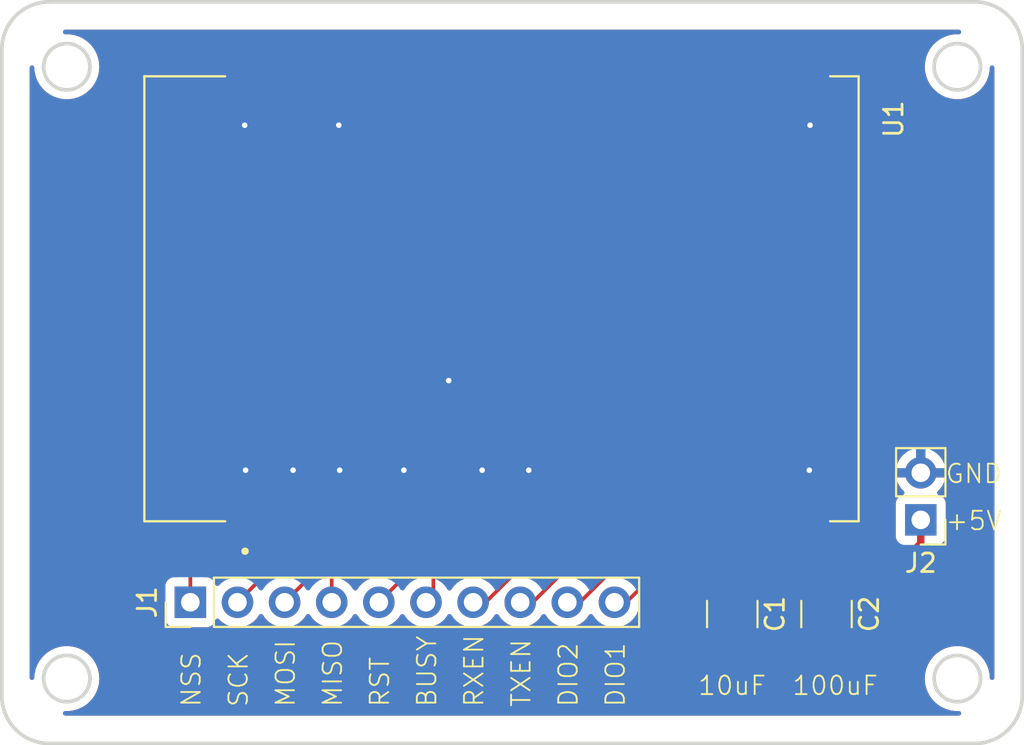
<source format=kicad_pcb>
(kicad_pcb (version 20240108) (generator "pcbnew") (generator_version "8.0")
  (layers (0 "F.Cu" signal) (31 "B.Cu" signal) (34 "B.Paste" user) (35 "F.Paste" user) (36 "B.SilkS" user "B.Silkscreen") (37 "F.SilkS" user "F.Silkscreen") (38 "B.Mask" user) (39 "F.Mask" user) (44 "Edge.Cuts" user))
  (net 0 "")
  (net 1 "+5V")
  (net 2 "GND")
  (net 4 "MISO")
  (net 5 "RXEN")
  (net 6 "MOSI")
  (net 7 "DIO1")
  (net 8 "NSS")
  (net 9 "DIO2")
  (net 10 "TXEN")
  (net 11 "BUSY")
  (net 12 "SCK")
  (net 13 "RST")
  (footprint "Connector_PinHeader_2.54mm:PinHeader_1x10_P2.54mm_Vertical" (layer "F.Cu") (at 119.38 128.905 90)
    (property "Reference" "J1" (at 0 -2.33 90) (layer "F.SilkS"))
    (property "Value" "Conn10")
    (fp_line (start -1.33 -1.33) (end 0 -1.33) (stroke (width 0.12)) (layer "F.SilkS"))
    (fp_line (start -1.33 0) (end -1.33 -1.33) (stroke (width 0.12)) (layer "F.SilkS"))
    (fp_line (start 1.33 1.27) (end 1.33 24.19) (stroke (width 0.12)) (layer "F.SilkS"))
    (fp_line (start -1.33 1.27) (end 1.33 1.27) (stroke (width 0.12)) (layer "F.SilkS"))
    (fp_line (start -1.33 1.27) (end -1.33 24.19) (stroke (width 0.12)) (layer "F.SilkS"))
    (fp_line (start -1.33 24.19) (end 1.33 24.19) (stroke (width 0.12)) (layer "F.SilkS"))
    (pad "1" thru_hole rect (at 0 0 90) (size 1.7 1.7) (drill 1) (layers "*.Cu" "*.Mask") (net 8 "NSS"))
    (pad "2" thru_hole oval (at 0 2.54 90) (size 1.7 1.7) (drill 1) (layers "*.Cu" "*.Mask") (net 12 "SCK"))
    (pad "3" thru_hole oval (at 0 5.08 90) (size 1.7 1.7) (drill 1) (layers "*.Cu" "*.Mask") (net 6 "MOSI"))
    (pad "4" thru_hole oval (at 0 7.62 90) (size 1.7 1.7) (drill 1) (layers "*.Cu" "*.Mask") (net 4 "MISO"))
    (pad "5" thru_hole oval (at 0 10.16 90) (size 1.7 1.7) (drill 1) (layers "*.Cu" "*.Mask") (net 13 "RST"))
    (pad "6" thru_hole oval (at 0 12.7 90) (size 1.7 1.7) (drill 1) (layers "*.Cu" "*.Mask") (net 11 "BUSY"))
    (pad "7" thru_hole oval (at 0 15.24 90) (size 1.7 1.7) (drill 1) (layers "*.Cu" "*.Mask") (net 5 "RXEN"))
    (pad "8" thru_hole oval (at 0 17.78 90) (size 1.7 1.7) (drill 1) (layers "*.Cu" "*.Mask") (net 10 "TXEN"))
    (pad "9" thru_hole oval (at 0 20.32 90) (size 1.7 1.7) (drill 1) (layers "*.Cu" "*.Mask") (net 9 "DIO2"))
    (pad "10" thru_hole oval (at 0 22.86 90) (size 1.7 1.7) (drill 1) (layers "*.Cu" "*.Mask") (net 7 "DIO1"))
  )
  (footprint "Connector_PinHeader_2.54mm:PinHeader_1x02_P2.54mm_Vertical" (layer "F.Cu") (at 158.75 124.46 180)
    (property "Reference" "J2" (at 0 -2.33 0) (layer "F.SilkS"))
    (property "Value" "Conn02")
    (fp_line (start 1.33 1.27) (end 1.33 3.87) (stroke (width 0.12)) (layer "F.SilkS"))
    (fp_line (start -1.33 3.87) (end 1.33 3.87) (stroke (width 0.12)) (layer "F.SilkS"))
    (fp_line (start -1.33 1.27) (end 1.33 1.27) (stroke (width 0.12)) (layer "F.SilkS"))
    (fp_line (start -1.33 1.27) (end -1.33 3.87) (stroke (width 0.12)) (layer "F.SilkS"))
    (fp_line (start -1.33 0) (end -1.33 -1.33) (stroke (width 0.12)) (layer "F.SilkS"))
    (fp_line (start -1.33 -1.33) (end 0 -1.33) (stroke (width 0.12)) (layer "F.SilkS"))
    (pad "1" thru_hole rect (at 0 0 180) (size 1.7 1.7) (drill 1) (layers "*.Cu" "*.Mask") (net 1 "+5V"))
    (pad "2" thru_hole oval (at 0 2.54 180) (size 1.7 1.7) (drill 1) (layers "*.Cu" "*.Mask") (net 2 "GND"))
  )
  (footprint "Capacitor_SMD:C_1210_3225Metric" (layer "F.Cu") (at 148.59 129.54 -90)
    (property "Reference" "C1" (at 0 -2.3 90) (layer "F.SilkS"))
    (property "Value" "10uF")
    (fp_line (start -0.711252 1.36) (end 0.711252 1.36) (stroke (width 0.12)) (layer "F.SilkS"))
    (fp_line (start -0.711252 -1.36) (end 0.711252 -1.36) (stroke (width 0.12)) (layer "F.SilkS"))
    (pad "1" smd roundrect (at -1.475 0 270) (size 1.15 2.7) (layers "F.Cu" "F.Paste" "F.Mask") (roundrect_rratio 0.217391) (net 1 "+5V"))
    (pad "2" smd roundrect (at 1.475 0 270) (size 1.15 2.7) (layers "F.Cu" "F.Paste" "F.Mask") (roundrect_rratio 0.217391) (net 2 "GND"))
  )
  (footprint "E22M90030S:XCVR_E22-900M30S" (layer "F.Cu") (at 136.15 112.535 -90)
    (property "Reference" "U1" (at -9.69 -21.135 -90) (layer "F.SilkS"))
    (property "Value" "E22-900M30S")
    (fp_line (start -12 19.25) (end -12 14.895) (stroke (width 0.127)) (layer "F.SilkS"))
    (fp_line (start 12 19.25) (end -12 19.25) (stroke (width 0.127)) (layer "F.SilkS"))
    (fp_line (start 12 19.25) (end 12 14.895) (stroke (width 0.127)) (layer "F.SilkS"))
    (fp_line (start -12 -17.715) (end -12 -19.25) (stroke (width 0.127)) (layer "F.SilkS"))
    (fp_line (start -12 -19.25) (end 12 -19.25) (stroke (width 0.127)) (layer "F.SilkS"))
    (fp_line (start 12 -19.25) (end 12 -17.715) (stroke (width 0.127)) (layer "F.SilkS"))
    (fp_circle (center 13.615 13.82) (end 13.715 13.82) (stroke (width 0.2)) (fill none) (layer "F.SilkS"))
    (pad "1" smd rect (at 11.575 13.82 270) (size 2.08 1.51) (layers "F.Cu" "F.Paste" "F.Mask") (net 2 "GND"))
    (pad "2" smd rect (at 11.575 11.28 270) (size 2.08 1.51) (layers "F.Cu" "F.Paste" "F.Mask") (net 2 "GND"))
    (pad "3" smd rect (at 11.575 8.74 270) (size 2.08 1.51) (layers "F.Cu" "F.Paste" "F.Mask") (net 2 "GND"))
    (pad "4" smd rect (at 11.575 1.14 270) (size 2.08 1.51) (layers "F.Cu" "F.Paste" "F.Mask") (net 2 "GND"))
    (pad "5" smd rect (at 11.575 -1.4 270) (size 2.08 1.51) (layers "F.Cu" "F.Paste" "F.Mask") (net 2 "GND"))
    (pad "6" smd rect (at 11.575 -3.94 270) (size 2.08 1.51) (layers "F.Cu" "F.Paste" "F.Mask") (net 5 "RXEN"))
    (pad "7" smd rect (at 11.575 -6.48 270) (size 2.08 1.51) (layers "F.Cu" "F.Paste" "F.Mask") (net 10 "TXEN"))
    (pad "8" smd rect (at 11.575 -9.02 270) (size 2.08 1.51) (layers "F.Cu" "F.Paste" "F.Mask") (net 9 "DIO2"))
    (pad "9" smd rect (at 11.575 -11.56 270) (size 2.08 1.51) (layers "F.Cu" "F.Paste" "F.Mask") (net 1 "+5V"))
    (pad "10" smd rect (at 11.575 -14.1 270) (size 2.08 1.51) (layers "F.Cu" "F.Paste" "F.Mask") (net 1 "+5V"))
    (pad "11" smd rect (at 11.575 -16.64 270) (size 2.08 1.51) (layers "F.Cu" "F.Paste" "F.Mask") (net 2 "GND"))
    (pad "12" smd rect (at -11.575 -16.64 270) (size 2.08 1.51) (layers "F.Cu" "F.Paste" "F.Mask") (net 2 "GND"))
    (pad "13" smd rect (at -11.575 -14.1 270) (size 2.08 1.51) (layers "F.Cu" "F.Paste" "F.Mask") (net 7 "DIO1"))
    (pad "14" smd rect (at -11.575 -11.56 270) (size 2.08 1.51) (layers "F.Cu" "F.Paste" "F.Mask") (net 11 "BUSY"))
    (pad "15" smd rect (at -11.575 -9.02 270) (size 2.08 1.51) (layers "F.Cu" "F.Paste" "F.Mask") (net 13 "RST"))
    (pad "16" smd rect (at -11.575 -6.48 270) (size 2.08 1.51) (layers "F.Cu" "F.Paste" "F.Mask") (net 4 "MISO"))
    (pad "17" smd rect (at -11.575 -3.94 270) (size 2.08 1.51) (layers "F.Cu" "F.Paste" "F.Mask") (net 6 "MOSI"))
    (pad "18" smd rect (at -11.575 -1.4 270) (size 2.08 1.51) (layers "F.Cu" "F.Paste" "F.Mask") (net 12 "SCK"))
    (pad "19" smd rect (at -11.575 1.14 270) (size 2.08 1.51) (layers "F.Cu" "F.Paste" "F.Mask") (net 8 "NSS"))
    (pad "20" smd rect (at -11.575 8.74 270) (size 2.08 1.51) (layers "F.Cu" "F.Paste" "F.Mask") (net 2 "GND"))
    (pad "21" smd rect (at -11.575 11.28 270) (size 2.08 1.51) (layers "F.Cu" "F.Paste" "F.Mask"))
    (pad "22" smd rect (at -11.575 13.82 270) (size 2.08 1.51) (layers "F.Cu" "F.Paste" "F.Mask") (net 2 "GND"))
  )
  (footprint "Capacitor_SMD:C_1210_3225Metric" (layer "F.Cu") (at 153.67 129.54 -90)
    (property "Reference" "C2" (at 0 -2.3 90) (layer "F.SilkS"))
    (property "Value" "100uF")
    (fp_line (start -0.711252 1.36) (end 0.711252 1.36) (stroke (width 0.12)) (layer "F.SilkS"))
    (fp_line (start -0.711252 -1.36) (end 0.711252 -1.36) (stroke (width 0.12)) (layer "F.SilkS"))
    (pad "1" smd roundrect (at -1.475 0 270) (size 1.15 2.7) (layers "F.Cu" "F.Paste" "F.Mask") (roundrect_rratio 0.217391) (net 1 "+5V"))
    (pad "2" smd roundrect (at 1.475 0 270) (size 1.15 2.7) (layers "F.Cu" "F.Paste" "F.Mask") (roundrect_rratio 0.217391) (net 2 "GND"))
  )
  (gr_arc (start 164.22 133.96) (mid 163.470193 135.770193) (end 161.66 136.52) (stroke (width 0.2)) (layer "Edge.Cuts"))
  (gr_circle (center 112.72 133.02) (end 113.97 133.02) (stroke (width 0.2)) (fill none) (layer "Edge.Cuts"))
  (gr_line (start 109.22 133.96) (end 109.22 99.08) (stroke (width 0.2)) (layer "Edge.Cuts"))
  (gr_circle (center 160.72 133.02) (end 161.97 133.02) (stroke (width 0.2)) (fill none) (layer "Edge.Cuts"))
  (gr_arc (start 109.22 99.08) (mid 109.969807 97.269807) (end 111.78 96.52) (stroke (width 0.2)) (layer "Edge.Cuts"))
  (gr_circle (center 112.72 100.02) (end 113.97 100.02) (stroke (width 0.2)) (fill none) (layer "Edge.Cuts"))
  (gr_line (start 161.66 136.52) (end 111.78 136.52) (stroke (width 0.2)) (layer "Edge.Cuts"))
  (gr_line (start 164.22 99.08) (end 164.22 133.96) (stroke (width 0.2)) (layer "Edge.Cuts"))
  (gr_arc (start 161.66 96.52) (mid 163.470193 97.269807) (end 164.22 99.08) (stroke (width 0.2)) (layer "Edge.Cuts"))
  (gr_circle (center 160.72 100.02) (end 161.97 100.02) (stroke (width 0.2)) (fill none) (layer "Edge.Cuts"))
  (gr_arc (start 111.78 136.52) (mid 109.969807 135.770193) (end 109.22 133.96) (stroke (width 0.2)) (layer "Edge.Cuts"))
  (gr_line (start 111.78 96.52) (end 161.66 96.52) (stroke (width 0.2)) (layer "Edge.Cuts"))
  (gr_text "10uF" (at 146.685 133.985 0) (layer "F.SilkS") (effects (font (size 1 1) (thickness 0.1)) (justify left bottom)))
  (gr_text "MOSI" (at 125.095 134.62 90) (layer "F.SilkS") (effects (font (size 1 1) (thickness 0.1)) (justify left bottom)))
  (gr_text "+5V" (at 160.02 125.095 0) (layer "F.SilkS") (effects (font (size 1 1) (thickness 0.1)) (justify left bottom)))
  (gr_text "MISO" (at 127.635 134.62 90) (layer "F.SilkS") (effects (font (size 1 1) (thickness 0.1)) (justify left bottom)))
  (gr_text "GND" (at 160.02 122.555 0) (layer "F.SilkS") (effects (font (size 1 1) (thickness 0.1)) (justify left bottom)))
  (gr_text "DIO2" (at 140.335 134.62 90) (layer "F.SilkS") (effects (font (size 1 1) (thickness 0.1)) (justify left bottom)))
  (gr_text "SCK" (at 122.555 134.62 90) (layer "F.SilkS") (effects (font (size 1 1) (thickness 0.1)) (justify left bottom)))
  (gr_text "NSS" (at 120.015 134.62 90) (layer "F.SilkS") (effects (font (size 1 1) (thickness 0.1)) (justify left bottom)))
  (gr_text "RXEN" (at 135.255 134.62 90) (layer "F.SilkS") (effects (font (size 1 1) (thickness 0.1)) (justify left bottom)))
  (gr_text "BUSY" (at 132.715 134.62 90) (layer "F.SilkS") (effects (font (size 1 1) (thickness 0.1)) (justify left bottom)))
  (gr_text "DIO1" (at 142.875 134.62 90) (layer "F.SilkS") (effects (font (size 1 1) (thickness 0.1)) (justify left bottom)))
  (gr_text "100uF" (at 151.765 133.985 0) (layer "F.SilkS") (effects (font (size 1 1) (thickness 0.1)) (justify left bottom)))
  (gr_text "TXEN" (at 137.795 134.62 90) (layer "F.SilkS") (effects (font (size 1 1) (thickness 0.1)) (justify left bottom)))
  (gr_text "RST" (at 130.175 134.62 90) (layer "F.SilkS") (effects (font (size 1 1) (thickness 0.1)) (justify left bottom)))
  (segment (start 158.75 125.73) (end 156.415 128.065) (width 0.4) (layer "F.Cu") (net 1))
  (segment (start 148.59 128.065) (end 147.71 127.185) (width 0.4) (layer "F.Cu") (net 1))
  (segment (start 156.415 128.065) (end 153.67 128.065) (width 0.4) (layer "F.Cu") (net 1))
  (segment (start 148.59 128.065) (end 150.25 126.405) (width 0.4) (layer "F.Cu") (net 1))
  (segment (start 147.71 124.11) (end 150.25 124.11) (width 0.4) (layer "F.Cu") (net 1))
  (segment (start 147.71 127.185) (end 147.71 124.11) (width 0.4) (layer "F.Cu") (net 1))
  (segment (start 153.67 128.065) (end 148.59 128.065) (width 0.4) (layer "F.Cu") (net 1))
  (segment (start 150.25 126.405) (end 150.25 124.11) (width 0.4) (layer "F.Cu") (net 1))
  (segment (start 158.75 124.46) (end 158.75 125.73) (width 0.4) (layer "F.Cu") (net 1))
  (segment (start 127 123.7) (end 127.41 124.11) (width 0.2) (layer "F.Cu") (net 2))
  (segment (start 134.62 123.72) (end 135.01 124.11) (width 0.2) (layer "F.Cu") (net 2))
  (via (at 130.889632 121.781551) (size 0.6) (drill 0.3) (layers "F.Cu" "B.Cu") (net 2))
  (via (at 122.309986 103.173605) (size 0.6) (drill 0.3) (layers "F.Cu" "B.Cu") (net 2))
  (via (at 152.741659 121.781551) (size 0.6) (drill 0.3) (layers "F.Cu" "B.Cu") (net 2))
  (via (at 127.381931 103.173605) (size 0.6) (drill 0.3) (layers "F.Cu" "B.Cu") (net 2))
  (via (at 133.307102 116.946612) (size 0.6) (drill 0.3) (layers "F.Cu" "B.Cu") (net 2))
  (via (at 135.108353 121.781551) (size 0.6) (drill 0.3) (layers "F.Cu" "B.Cu") (net 2))
  (via (at 152.783863 103.173605) (size 0.6) (drill 0.3) (layers "F.Cu" "B.Cu") (net 2))
  (via (at 127.429333 121.781551) (size 0.6) (drill 0.3) (layers "F.Cu" "B.Cu") (net 2))
  (via (at 124.917061 121.781551) (size 0.6) (drill 0.3) (layers "F.Cu" "B.Cu") (net 2))
  (via (at 137.620625 121.781551) (size 0.6) (drill 0.3) (layers "F.Cu" "B.Cu") (net 2))
  (via (at 122.357387 121.781551) (size 0.6) (drill 0.3) (layers "F.Cu" "B.Cu") (net 2))
  (segment (start 129.54 124.46) (end 127 127) (width 0.2) (layer "F.Cu") (net 4))
  (segment (start 127 127) (end 127 128.905) (width 0.2) (layer "F.Cu") (net 4))
  (segment (start 129.54 114.3) (end 129.54 124.46) (width 0.2) (layer "F.Cu") (net 4))
  (segment (start 142.63 100.96) (end 142.63 101.21) (width 0.2) (layer "F.Cu") (net 4))
  (segment (start 142.63 101.21) (end 129.54 114.3) (width 0.2) (layer "F.Cu") (net 4))
  (segment (start 135.295 128.905) (end 134.62 128.905) (width 0.2) (layer "F.Cu") (net 5))
  (segment (start 140.09 124.11) (end 135.295 128.905) (width 0.2) (layer "F.Cu") (net 5))
  (segment (start 126.355 127.01) (end 124.46 128.905) (width 0.2) (layer "F.Cu") (net 6))
  (segment (start 140.09 100.96) (end 126.355 114.695) (width 0.2) (layer "F.Cu") (net 6))
  (segment (start 126.355 114.695) (end 126.355 127.01) (width 0.2) (layer "F.Cu") (net 6))
  (segment (start 150.25 116.635) (end 146.225 120.66) (width 0.2) (layer "F.Cu") (net 7))
  (segment (start 142.875 128.905) (end 142.24 128.905) (width 0.2) (layer "F.Cu") (net 7))
  (segment (start 150.25 100.96) (end 150.25 116.635) (width 0.2) (layer "F.Cu") (net 7))
  (segment (start 146.225 125.555) (end 142.875 128.905) (width 0.2) (layer "F.Cu") (net 7))
  (segment (start 146.225 120.66) (end 146.225 125.555) (width 0.2) (layer "F.Cu") (net 7))
  (segment (start 135.01 100.96) (end 119.38 116.59) (width 0.2) (layer "F.Cu") (net 8))
  (segment (start 119.38 116.59) (end 119.38 128.905) (width 0.2) (layer "F.Cu") (net 8))
  (segment (start 140.375 128.905) (end 139.7 128.905) (width 0.2) (layer "F.Cu") (net 9))
  (segment (start 145.17 124.11) (end 140.375 128.905) (width 0.2) (layer "F.Cu") (net 9))
  (segment (start 137.835 128.905) (end 137.16 128.905) (width 0.2) (layer "F.Cu") (net 10))
  (segment (start 142.63 124.11) (end 137.835 128.905) (width 0.2) (layer "F.Cu") (net 10))
  (segment (start 134.62 119.38) (end 132.48 121.52) (width 0.2) (layer "F.Cu") (net 11))
  (segment (start 132.61 128.905) (end 132.08 128.905) (width 0.2) (layer "F.Cu") (net 11))
  (segment (start 132.48 121.52) (end 132.48 128.505) (width 0.2) (layer "F.Cu") (net 11))
  (segment (start 134.62 114.05) (end 134.62 119.38) (width 0.2) (layer "F.Cu") (net 11))
  (segment (start 132.48 128.505) (end 132.08 128.905) (width 0.2) (layer "F.Cu") (net 11))
  (segment (start 147.71 100.96) (end 134.62 114.05) (width 0.2) (layer "F.Cu") (net 11))
  (segment (start 123.385 127.44) (end 121.92 128.905) (width 0.2) (layer "F.Cu") (net 12))
  (segment (start 123.385 115.125) (end 123.385 127.44) (width 0.2) (layer "F.Cu") (net 12))
  (segment (start 137.55 100.96) (end 123.385 115.125) (width 0.2) (layer "F.Cu") (net 12))
  (segment (start 132.08 114.3) (end 132.08 126.365) (width 0.2) (layer "F.Cu") (net 13))
  (segment (start 145.17 100.96) (end 145.17 101.21) (width 0.2) (layer "F.Cu") (net 13))
  (segment (start 145.17 101.21) (end 132.08 114.3) (width 0.2) (layer "F.Cu") (net 13))
  (segment (start 132.08 126.365) (end 129.54 128.905) (width 0.2) (layer "F.Cu") (net 13))
  (zone (net 2) (net_name "GND") (layer "F.Cu") (connect_pads (clearance 0.5)) (min_thickness 0.25) (fill yes (thermal_gap 0.5) (thermal_bridge_width 0.5))
    (polygon (pts (arc (start 160.72 135.02) (mid 162.134214 134.434214) (end 162.72 133.02)) (arc (start 162.72 100.02) (mid 162.134214 98.605786) (end 160.72 98.02)) (arc (start 112.72 98.02) (mid 111.305786 98.605786) (end 110.72 100.02)) (arc (start 110.72 133.02) (mid 111.305786 134.434214) (end 112.72 135.02))))
  )
  (zone (net 2) (net_name "GND") (layer "B.Cu") (connect_pads (clearance 0.5)) (min_thickness 0.25) (fill yes (thermal_gap 0.5) (thermal_bridge_width 0.5))
    (polygon (pts (arc (start 160.72 135.02) (mid 162.134214 134.434214) (end 162.72 133.02)) (arc (start 162.72 100.02) (mid 162.134214 98.605786) (end 160.72 98.02)) (arc (start 112.72 98.02) (mid 111.305786 98.605786) (end 110.72 100.02)) (arc (start 110.72 133.02) (mid 111.305786 134.434214) (end 112.72 135.02))))
  )
)
</source>
